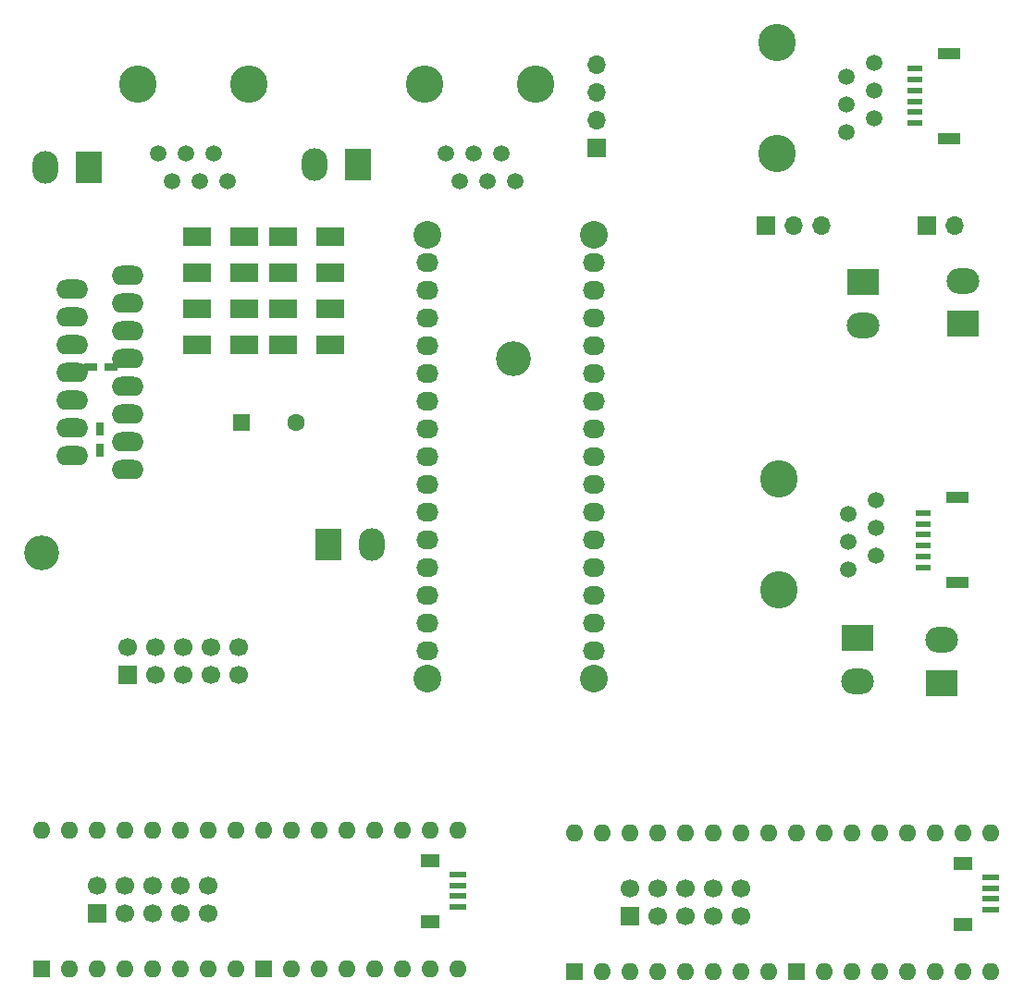
<source format=gts>
G04 #@! TF.FileFunction,Soldermask,Top*
%FSLAX46Y46*%
G04 Gerber Fmt 4.6, Leading zero omitted, Abs format (unit mm)*
G04 Created by KiCad (PCBNEW 4.0.7) date 12/12/17 11:06:34*
%MOMM*%
%LPD*%
G01*
G04 APERTURE LIST*
%ADD10C,0.100000*%
%ADD11R,1.600000X1.600000*%
%ADD12O,1.600000X1.600000*%
%ADD13R,1.700000X1.700000*%
%ADD14C,1.700000*%
%ADD15R,1.550000X0.600000*%
%ADD16R,1.800000X1.200000*%
%ADD17C,2.540000*%
%ADD18O,2.032000X1.727200*%
%ADD19C,1.520000*%
%ADD20C,3.429000*%
%ADD21O,1.700000X1.700000*%
%ADD22R,1.400000X0.600000*%
%ADD23R,2.000000X1.000000*%
%ADD24R,2.350000X3.000000*%
%ADD25O,2.350000X3.000000*%
%ADD26C,1.600000*%
%ADD27R,2.650000X1.750000*%
%ADD28O,2.921000X1.778000*%
%ADD29R,1.200000X0.750000*%
%ADD30R,0.750000X1.200000*%
%ADD31C,3.200000*%
%ADD32R,3.000000X2.350000*%
%ADD33O,3.000000X2.350000*%
G04 APERTURE END LIST*
D10*
D11*
X173228000Y-136144000D03*
D12*
X191008000Y-123444000D03*
X175768000Y-136144000D03*
X188468000Y-123444000D03*
X178308000Y-136144000D03*
X185928000Y-123444000D03*
X180848000Y-136144000D03*
X183388000Y-123444000D03*
X183388000Y-136144000D03*
X180848000Y-123444000D03*
X185928000Y-136144000D03*
X178308000Y-123444000D03*
X188468000Y-136144000D03*
X175768000Y-123444000D03*
X191008000Y-136144000D03*
X173228000Y-123444000D03*
D11*
X152908000Y-136144000D03*
D12*
X170688000Y-123444000D03*
X155448000Y-136144000D03*
X168148000Y-123444000D03*
X157988000Y-136144000D03*
X165608000Y-123444000D03*
X160528000Y-136144000D03*
X163068000Y-123444000D03*
X163068000Y-136144000D03*
X160528000Y-123444000D03*
X165608000Y-136144000D03*
X157988000Y-123444000D03*
X168148000Y-136144000D03*
X155448000Y-123444000D03*
X170688000Y-136144000D03*
X152908000Y-123444000D03*
D13*
X157988000Y-131064000D03*
D14*
X157988000Y-128524000D03*
X160528000Y-131064000D03*
X160528000Y-128524000D03*
X163068000Y-131064000D03*
X163068000Y-128524000D03*
X165608000Y-131064000D03*
X165608000Y-128524000D03*
X168148000Y-131064000D03*
X168148000Y-128524000D03*
D15*
X191008000Y-130524000D03*
X191008000Y-129524000D03*
X191008000Y-128524000D03*
X191008000Y-127524000D03*
D16*
X188483000Y-131824000D03*
X188483000Y-126224000D03*
D17*
X139446000Y-109347000D03*
D18*
X139446000Y-71247000D03*
X139446000Y-73787000D03*
X139446000Y-76327000D03*
X139446000Y-78867000D03*
X139446000Y-81407000D03*
X139446000Y-83947000D03*
X139446000Y-86487000D03*
X139446000Y-89027000D03*
X139446000Y-91567000D03*
X139446000Y-94107000D03*
X139446000Y-96647000D03*
X139446000Y-99187000D03*
X139446000Y-101727000D03*
X139446000Y-104267000D03*
X139446000Y-106807000D03*
X154686000Y-71247000D03*
X154686000Y-73787000D03*
X154686000Y-76327000D03*
X154686000Y-78867000D03*
X154686000Y-81407000D03*
X154686000Y-83947000D03*
X154686000Y-86487000D03*
X154686000Y-89027000D03*
X154686000Y-91567000D03*
X154686000Y-94107000D03*
X154686000Y-96647000D03*
X154686000Y-99187000D03*
X154686000Y-101727000D03*
X154686000Y-104267000D03*
X154686000Y-106807000D03*
D17*
X139446000Y-68707000D03*
X154686000Y-109347000D03*
X154686000Y-68707000D03*
D19*
X143637000Y-61214000D03*
X146177000Y-61214000D03*
X141097000Y-61214000D03*
X147447000Y-63754000D03*
X144907000Y-63754000D03*
X142367000Y-63754000D03*
D20*
X139192000Y-54864000D03*
X149352000Y-54864000D03*
D19*
X117348000Y-61214000D03*
X119888000Y-61214000D03*
X114808000Y-61214000D03*
X121158000Y-63754000D03*
X118618000Y-63754000D03*
X116078000Y-63754000D03*
D20*
X112903000Y-54864000D03*
X123063000Y-54864000D03*
D13*
X112014000Y-108966000D03*
D14*
X112014000Y-106426000D03*
X114554000Y-108966000D03*
X114554000Y-106426000D03*
X117094000Y-108966000D03*
X117094000Y-106426000D03*
X119634000Y-108966000D03*
X119634000Y-106426000D03*
X122174000Y-108966000D03*
X122174000Y-106426000D03*
D13*
X185166000Y-67818000D03*
D21*
X187706000Y-67818000D03*
D13*
X170434000Y-67818000D03*
D21*
X172974000Y-67818000D03*
X175514000Y-67818000D03*
D22*
X184073000Y-58470000D03*
X184073000Y-57470000D03*
X184073000Y-56470000D03*
X184073000Y-55470000D03*
X184073000Y-54470000D03*
X184073000Y-53470000D03*
D23*
X187198000Y-52070000D03*
X187198000Y-59870000D03*
D19*
X177800000Y-56769000D03*
X177800000Y-54229000D03*
X177800000Y-59309000D03*
X180340000Y-52959000D03*
X180340000Y-55499000D03*
X180340000Y-58039000D03*
D20*
X171450000Y-61214000D03*
X171450000Y-51054000D03*
D13*
X154940000Y-60706000D03*
D21*
X154940000Y-58166000D03*
X154940000Y-55626000D03*
X154940000Y-53086000D03*
D19*
X177927000Y-96774000D03*
X177927000Y-94234000D03*
X177927000Y-99314000D03*
X180467000Y-92964000D03*
X180467000Y-95504000D03*
X180467000Y-98044000D03*
D20*
X171577000Y-101219000D03*
X171577000Y-91059000D03*
D22*
X184785000Y-99155000D03*
X184785000Y-98155000D03*
X184785000Y-97155000D03*
X184785000Y-96155000D03*
X184785000Y-95155000D03*
X184785000Y-94155000D03*
D23*
X187910000Y-92755000D03*
X187910000Y-100555000D03*
D24*
X133096000Y-62230000D03*
D25*
X129136000Y-62230000D03*
D24*
X108458000Y-62484000D03*
D25*
X104498000Y-62484000D03*
D11*
X122428000Y-85852000D03*
D26*
X127428000Y-85852000D03*
D27*
X118382000Y-75438000D03*
X122682000Y-75438000D03*
X126256000Y-75438000D03*
X130556000Y-75438000D03*
X118364000Y-78740000D03*
X122664000Y-78740000D03*
X126256000Y-78740000D03*
X130556000Y-78740000D03*
X118382000Y-72136000D03*
X122682000Y-72136000D03*
X126256000Y-72136000D03*
X130556000Y-72136000D03*
X118364000Y-68834000D03*
X122664000Y-68834000D03*
X126238000Y-68834000D03*
X130538000Y-68834000D03*
D24*
X130406000Y-97028000D03*
D25*
X134366000Y-97028000D03*
D28*
X112014000Y-90170000D03*
X106934000Y-88900000D03*
X112014000Y-87630000D03*
X106934000Y-86360000D03*
X112014000Y-85090000D03*
X106934000Y-83820000D03*
X112014000Y-82550000D03*
X106934000Y-81280000D03*
X112014000Y-80010000D03*
X106934000Y-78740000D03*
X112014000Y-77470000D03*
X106934000Y-76200000D03*
X112014000Y-74930000D03*
X106934000Y-73660000D03*
X112014000Y-72390000D03*
D29*
X110490000Y-80772000D03*
X108590000Y-80772000D03*
D30*
X109474000Y-86492000D03*
X109474000Y-88392000D03*
D31*
X104140000Y-97790000D03*
X147320000Y-80010000D03*
D32*
X178829081Y-105595903D03*
D33*
X178829081Y-109555903D03*
D32*
X179324000Y-73002000D03*
D33*
X179324000Y-76962000D03*
D32*
X186480616Y-109716622D03*
D33*
X186480616Y-105756622D03*
D32*
X188468000Y-76858000D03*
D33*
X188468000Y-72898000D03*
D13*
X109220000Y-130810000D03*
D14*
X109220000Y-128270000D03*
X111760000Y-130810000D03*
X111760000Y-128270000D03*
X114300000Y-130810000D03*
X114300000Y-128270000D03*
X116840000Y-130810000D03*
X116840000Y-128270000D03*
X119380000Y-130810000D03*
X119380000Y-128270000D03*
D11*
X104140000Y-135890000D03*
D12*
X121920000Y-123190000D03*
X106680000Y-135890000D03*
X119380000Y-123190000D03*
X109220000Y-135890000D03*
X116840000Y-123190000D03*
X111760000Y-135890000D03*
X114300000Y-123190000D03*
X114300000Y-135890000D03*
X111760000Y-123190000D03*
X116840000Y-135890000D03*
X109220000Y-123190000D03*
X119380000Y-135890000D03*
X106680000Y-123190000D03*
X121920000Y-135890000D03*
X104140000Y-123190000D03*
D11*
X124460000Y-135890000D03*
D12*
X142240000Y-123190000D03*
X127000000Y-135890000D03*
X139700000Y-123190000D03*
X129540000Y-135890000D03*
X137160000Y-123190000D03*
X132080000Y-135890000D03*
X134620000Y-123190000D03*
X134620000Y-135890000D03*
X132080000Y-123190000D03*
X137160000Y-135890000D03*
X129540000Y-123190000D03*
X139700000Y-135890000D03*
X127000000Y-123190000D03*
X142240000Y-135890000D03*
X124460000Y-123190000D03*
D15*
X142240000Y-130270000D03*
X142240000Y-129270000D03*
X142240000Y-128270000D03*
X142240000Y-127270000D03*
D16*
X139715000Y-131570000D03*
X139715000Y-125970000D03*
M02*

</source>
